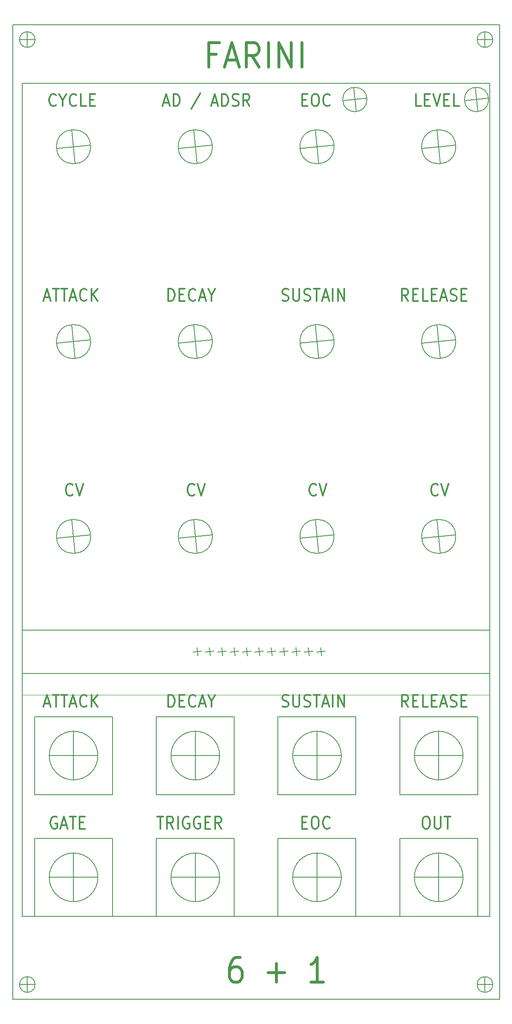
<source format=gbr>
%TF.GenerationSoftware,KiCad,Pcbnew,(5.1.9)-1*%
%TF.CreationDate,2021-11-13T23:25:43+00:00*%
%TF.ProjectId,KOSMOS Function Generator,4b4f534d-4f53-4204-9675-6e6374696f6e,rev?*%
%TF.SameCoordinates,Original*%
%TF.FileFunction,OtherDrawing,Comment*%
%FSLAX46Y46*%
G04 Gerber Fmt 4.6, Leading zero omitted, Abs format (unit mm)*
G04 Created by KiCad (PCBNEW (5.1.9)-1) date 2021-11-13 23:25:43*
%MOMM*%
%LPD*%
G01*
G04 APERTURE LIST*
%TA.AperFunction,Profile*%
%ADD10C,0.050000*%
%TD*%
%ADD11C,0.200000*%
%ADD12C,0.625000*%
%ADD13C,0.312500*%
G04 APERTURE END LIST*
D10*
X19430000Y-142240000D02*
X19430000Y-16680000D01*
X115400000Y-142240000D02*
X19430000Y-142240000D01*
X115400000Y-16680000D02*
X115400000Y-142240000D01*
X19430000Y-16680000D02*
X115400000Y-16680000D01*
D11*
X74921723Y-154681620D02*
X84921723Y-154681620D01*
X34921723Y-179681620D02*
G75*
G03*
X34921723Y-179681620I-5000000J0D01*
G01*
X99921723Y-154681620D02*
X109921723Y-154681620D01*
X59921723Y-154681620D02*
G75*
G03*
X59921723Y-154681620I-5000000J0D01*
G01*
X29921723Y-174681620D02*
X29921723Y-184681620D01*
X84921723Y-154681620D02*
G75*
G03*
X84921723Y-154681620I-5000000J0D01*
G01*
X104921723Y-174681620D02*
X104921723Y-184681620D01*
X104921723Y-149681620D02*
X104921723Y-159681620D01*
X109921723Y-154681620D02*
G75*
G03*
X109921723Y-154681620I-5000000J0D01*
G01*
X49921723Y-179681620D02*
X59921723Y-179681620D01*
X99921723Y-179681620D02*
X109921723Y-179681620D01*
X54921723Y-174681620D02*
X54921723Y-184681620D01*
X59921723Y-179681620D02*
G75*
G03*
X59921723Y-179681620I-5000000J0D01*
G01*
X109921723Y-179681620D02*
G75*
G03*
X109921723Y-179681620I-5000000J0D01*
G01*
X84921723Y-179681620D02*
G75*
G03*
X84921723Y-179681620I-5000000J0D01*
G01*
X19421723Y-121695659D02*
X19421723Y-187681620D01*
X79921723Y-174681620D02*
X79921723Y-184681620D01*
X74921723Y-179681620D02*
X84921723Y-179681620D01*
X19421723Y-187681620D02*
X114749722Y-187681620D01*
X24921723Y-179681620D02*
X34921723Y-179681620D01*
X24921723Y-154681620D02*
X34921723Y-154681620D01*
X34921723Y-154681620D02*
G75*
G03*
X34921723Y-154681620I-5000000J0D01*
G01*
X54921723Y-149681620D02*
X54921723Y-159681620D01*
X49921723Y-154681620D02*
X59921723Y-154681620D01*
X79921723Y-149681620D02*
X79921723Y-159681620D01*
X115421723Y-16681620D02*
X19421723Y-16681620D01*
X115421723Y-187681620D02*
X115421723Y-16681620D01*
X76501722Y-133283030D02*
X74801723Y-133451030D01*
X57788023Y-132517030D02*
X57955422Y-134217030D01*
X70488022Y-132517030D02*
X70655423Y-134217030D01*
X55248022Y-132517030D02*
X55415422Y-134217030D01*
X19421723Y-16681620D02*
X19421723Y-187681620D01*
X17421723Y-204681620D02*
X117421723Y-204681620D01*
X75568023Y-132517030D02*
X75735422Y-134217030D01*
X68881723Y-133283030D02*
X67181722Y-133451030D01*
X62868023Y-132517030D02*
X63035423Y-134217030D01*
X117421723Y-4681620D02*
X17421723Y-4681620D01*
X17421723Y-4681620D02*
X17421723Y-204681620D01*
X71421723Y-133283030D02*
X69721722Y-133451030D01*
X81581723Y-133283030D02*
X79881723Y-133451030D01*
X73961722Y-133283030D02*
X72261722Y-133451030D01*
X73028022Y-132517030D02*
X73195422Y-134217030D01*
X67948022Y-132517030D02*
X68115423Y-134217030D01*
X58721723Y-133283030D02*
X57021723Y-133451030D01*
X61261722Y-133283030D02*
X59561723Y-133451030D01*
X65408023Y-132517030D02*
X65575423Y-134217030D01*
X60328023Y-132517030D02*
X60495422Y-134217030D01*
X80648023Y-132517030D02*
X80815423Y-134217030D01*
X79041723Y-133283030D02*
X77341723Y-133451030D01*
X117421723Y-204681620D02*
X117421723Y-4681620D01*
X78108023Y-132517030D02*
X78275423Y-134217030D01*
X66341723Y-133283030D02*
X64641723Y-133451030D01*
X19421723Y-187681620D02*
X115421723Y-187681620D01*
X63801723Y-133283030D02*
X62101723Y-133451030D01*
X56181722Y-133283030D02*
X54481722Y-133451030D01*
X80648023Y-132517030D02*
X80815423Y-134217030D01*
X109921723Y-154681620D02*
G75*
G03*
X109921723Y-154681620I-5000000J0D01*
G01*
X109921723Y-179681620D02*
G75*
G03*
X109921723Y-179681620I-5000000J0D01*
G01*
X84921723Y-179681620D02*
G75*
G03*
X84921723Y-179681620I-5000000J0D01*
G01*
X76501722Y-133283030D02*
X74801723Y-133451030D01*
X49921723Y-179681620D02*
X59921723Y-179681620D01*
X74921723Y-179681620D02*
X84921723Y-179681620D01*
X104921723Y-174681620D02*
X104921723Y-184681620D01*
X79921723Y-174681620D02*
X79921723Y-184681620D01*
X59921723Y-179681620D02*
G75*
G03*
X59921723Y-179681620I-5000000J0D01*
G01*
X19421723Y-121695659D02*
X19421723Y-187681620D01*
X73028022Y-132517030D02*
X73195422Y-134217030D01*
X73961722Y-133283030D02*
X72261722Y-133451030D01*
X54921723Y-174681620D02*
X54921723Y-184681620D01*
X24921723Y-179681620D02*
X34921723Y-179681620D01*
X99921723Y-179681620D02*
X109921723Y-179681620D01*
X34921723Y-179681620D02*
G75*
G03*
X34921723Y-179681620I-5000000J0D01*
G01*
X70488022Y-132517030D02*
X70655423Y-134217030D01*
X78108023Y-132517030D02*
X78275423Y-134217030D01*
X24921723Y-154681620D02*
X34921723Y-154681620D01*
X29921723Y-174681620D02*
X29921723Y-184681620D01*
X79041723Y-133283030D02*
X77341723Y-133451030D01*
X81581723Y-133283030D02*
X79881723Y-133451030D01*
X54921723Y-149681620D02*
X54921723Y-159681620D01*
X75568023Y-132517030D02*
X75735422Y-134217030D01*
X71421723Y-133283030D02*
X69721722Y-133451030D01*
X29921723Y-149681620D02*
X29921723Y-159681620D01*
X34921723Y-154681620D02*
G75*
G03*
X34921723Y-154681620I-5000000J0D01*
G01*
X49921723Y-154681620D02*
X59921723Y-154681620D01*
X59921723Y-154681620D02*
G75*
G03*
X59921723Y-154681620I-5000000J0D01*
G01*
X79921723Y-149681620D02*
X79921723Y-159681620D01*
X74921723Y-154681620D02*
X84921723Y-154681620D01*
X84921723Y-154681620D02*
G75*
G03*
X84921723Y-154681620I-5000000J0D01*
G01*
X104921723Y-149681620D02*
X104921723Y-159681620D01*
X99921723Y-154681620D02*
X109921723Y-154681620D01*
X19421723Y-187681620D02*
X114749722Y-187681620D01*
X54583523Y-106248220D02*
X55259922Y-113115020D01*
X21921723Y-187681620D02*
X37921723Y-187681620D01*
X71921723Y-146681620D02*
X87921723Y-146681620D01*
X87921723Y-171681620D02*
X87921723Y-187681620D01*
X33355122Y-109343420D02*
X26488322Y-110019819D01*
X46921723Y-171681620D02*
X62921722Y-171681620D01*
X96921723Y-162681620D02*
X112921723Y-162681620D01*
X108421723Y-109681620D02*
G75*
G03*
X108421723Y-109681620I-3500000J0D01*
G01*
X96921723Y-146681620D02*
X96921723Y-162681620D01*
X108355122Y-109343420D02*
X101488322Y-110019819D01*
X104583523Y-106248220D02*
X105259922Y-113115020D01*
X83421723Y-109681620D02*
G75*
G03*
X83421723Y-109681620I-3500000J0D01*
G01*
X96921723Y-171681620D02*
X96921723Y-187681620D01*
X71921723Y-171681620D02*
X87921723Y-171681620D01*
X46921723Y-171681620D02*
X46921723Y-187681620D01*
X21921723Y-171681620D02*
X21921723Y-187681620D01*
X96921723Y-146681620D02*
X112921723Y-146681620D01*
X71921723Y-162681620D02*
X87921723Y-162681620D01*
X87921723Y-146681620D02*
X87921723Y-162681620D01*
X71921723Y-146681620D02*
X71921723Y-162681620D01*
X83355122Y-109343420D02*
X76488322Y-110019819D01*
X96921723Y-171681620D02*
X112921723Y-171681620D01*
X21921723Y-171681620D02*
X37921723Y-171681620D01*
X58421723Y-109681620D02*
G75*
G03*
X58421723Y-109681620I-3500000J0D01*
G01*
X71921723Y-171681620D02*
X71921723Y-187681620D01*
X33421723Y-109681620D02*
G75*
G03*
X33421723Y-109681620I-3500000J0D01*
G01*
X96921723Y-187681620D02*
X112921723Y-187681620D01*
X46921723Y-187681620D02*
X62921722Y-187681620D01*
X62921722Y-171681620D02*
X62921722Y-187681620D01*
X37921723Y-171681620D02*
X37921723Y-187681620D01*
X58355122Y-109343420D02*
X51488322Y-110019819D01*
X112921723Y-146681620D02*
X112921723Y-162681620D01*
X29583523Y-106248220D02*
X30259922Y-113115020D01*
X71921723Y-187681620D02*
X87921723Y-187681620D01*
X79583523Y-106248220D02*
X80259922Y-113115020D01*
X112921723Y-171681620D02*
X112921723Y-187681620D01*
X20421723Y-200081619D02*
X20421723Y-203281619D01*
X22021723Y-201681620D02*
G75*
G03*
X22021723Y-201681620I-1600000J0D01*
G01*
X116021723Y-201681620D02*
G75*
G03*
X116021723Y-201681620I-1600000J0D01*
G01*
X112821723Y-7681620D02*
X116021723Y-7681620D01*
X46921723Y-162681620D02*
X62921722Y-162681620D01*
X46921723Y-146681620D02*
X62921722Y-146681620D01*
X62921722Y-146681620D02*
X62921722Y-162681620D01*
X46921723Y-146681620D02*
X46921723Y-162681620D01*
X21921723Y-162681620D02*
X37921723Y-162681620D01*
X21921723Y-146681620D02*
X37921723Y-146681620D01*
X112821723Y-201681620D02*
X116021723Y-201681620D01*
X22021723Y-7681620D02*
G75*
G03*
X22021723Y-7681620I-1600000J0D01*
G01*
X37921723Y-146681620D02*
X37921723Y-162681620D01*
X21921723Y-146681620D02*
X21921723Y-162681620D01*
X116021723Y-7681620D02*
G75*
G03*
X116021723Y-7681620I-1600000J0D01*
G01*
X18821723Y-201681620D02*
X22021723Y-201681620D01*
X114421723Y-200081619D02*
X114421723Y-203281619D01*
X18821723Y-7681620D02*
X22021723Y-7681620D01*
X114421723Y-6081619D02*
X114421723Y-9281619D01*
X20421723Y-6081619D02*
X20421723Y-9281619D01*
D12*
X64058075Y-196110051D02*
X63200932Y-196110051D01*
X62772360Y-196348147D01*
X62558075Y-196586242D01*
X62129503Y-197300527D01*
X61915217Y-198252908D01*
X61915217Y-200157670D01*
X62129503Y-200633861D01*
X62343789Y-200871956D01*
X62772360Y-201110051D01*
X63629503Y-201110051D01*
X64058075Y-200871956D01*
X64272360Y-200633861D01*
X64486646Y-200157670D01*
X64486646Y-198967194D01*
X64272360Y-198491004D01*
X64058075Y-198252908D01*
X63629503Y-198014813D01*
X62772360Y-198014813D01*
X62343789Y-198252908D01*
X62129503Y-198491004D01*
X61915217Y-198967194D01*
X69843789Y-199205289D02*
X73272360Y-199205289D01*
X71558075Y-201110051D02*
X71558075Y-197300527D01*
X81200932Y-201110051D02*
X78629503Y-201110051D01*
X79915217Y-201110051D02*
X79915217Y-196110051D01*
X79486646Y-196824337D01*
X79058075Y-197300527D01*
X78629503Y-197538623D01*
X59188629Y-10683898D02*
X57688629Y-10683898D01*
X57688629Y-13302945D02*
X57688629Y-8302945D01*
X59831486Y-8302945D01*
X61331486Y-11874374D02*
X63474343Y-11874374D01*
X60902915Y-13302945D02*
X62402915Y-8302945D01*
X63902915Y-13302945D01*
X67974343Y-13302945D02*
X66474343Y-10921993D01*
X65402915Y-13302945D02*
X65402915Y-8302945D01*
X67117201Y-8302945D01*
X67545772Y-8541041D01*
X67760058Y-8779136D01*
X67974343Y-9255326D01*
X67974343Y-9969612D01*
X67760058Y-10445802D01*
X67545772Y-10683898D01*
X67117201Y-10921993D01*
X65402915Y-10921993D01*
X69902915Y-13302945D02*
X69902915Y-8302945D01*
X72045772Y-13302945D02*
X72045772Y-8302945D01*
X74617201Y-13302945D01*
X74617201Y-8302945D01*
X76760058Y-13302945D02*
X76760058Y-8302945D01*
D13*
X54749114Y-101110959D02*
X54641971Y-101230006D01*
X54320543Y-101349054D01*
X54106257Y-101349054D01*
X53784828Y-101230006D01*
X53570543Y-100991911D01*
X53463400Y-100753816D01*
X53356257Y-100277625D01*
X53356257Y-99920482D01*
X53463400Y-99444292D01*
X53570543Y-99206197D01*
X53784828Y-98968102D01*
X54106257Y-98849054D01*
X54320543Y-98849054D01*
X54641971Y-98968102D01*
X54749114Y-99087149D01*
X55391971Y-98849054D02*
X56141971Y-101349054D01*
X56891971Y-98849054D01*
X48395713Y-20634768D02*
X49467142Y-20634768D01*
X48181427Y-21349054D02*
X48931427Y-18849054D01*
X49681427Y-21349054D01*
X50431427Y-21349054D02*
X50431427Y-18849054D01*
X50967142Y-18849054D01*
X51288570Y-18968102D01*
X51502856Y-19206197D01*
X51609999Y-19444292D01*
X51717142Y-19920482D01*
X51717142Y-20277625D01*
X51609999Y-20753816D01*
X51502856Y-20991911D01*
X51288570Y-21230006D01*
X50967142Y-21349054D01*
X50431427Y-21349054D01*
X56002856Y-18730006D02*
X54074284Y-21944292D01*
X58359999Y-20634768D02*
X59431427Y-20634768D01*
X58145713Y-21349054D02*
X58895713Y-18849054D01*
X59645713Y-21349054D01*
X60395713Y-21349054D02*
X60395713Y-18849054D01*
X60931427Y-18849054D01*
X61252856Y-18968102D01*
X61467142Y-19206197D01*
X61574284Y-19444292D01*
X61681427Y-19920482D01*
X61681427Y-20277625D01*
X61574284Y-20753816D01*
X61467142Y-20991911D01*
X61252856Y-21230006D01*
X60931427Y-21349054D01*
X60395713Y-21349054D01*
X62538570Y-21230006D02*
X62859999Y-21349054D01*
X63395713Y-21349054D01*
X63609999Y-21230006D01*
X63717142Y-21110959D01*
X63824284Y-20872863D01*
X63824284Y-20634768D01*
X63717142Y-20396673D01*
X63609999Y-20277625D01*
X63395713Y-20158578D01*
X62967142Y-20039530D01*
X62752856Y-19920482D01*
X62645713Y-19801435D01*
X62538570Y-19563340D01*
X62538570Y-19325244D01*
X62645713Y-19087149D01*
X62752856Y-18968102D01*
X62967142Y-18849054D01*
X63502856Y-18849054D01*
X63824284Y-18968102D01*
X66074284Y-21349054D02*
X65324284Y-20158578D01*
X64788570Y-21349054D02*
X64788570Y-18849054D01*
X65645713Y-18849054D01*
X65859999Y-18968102D01*
X65967142Y-19087149D01*
X66074284Y-19325244D01*
X66074284Y-19682387D01*
X65967142Y-19920482D01*
X65859999Y-20039530D01*
X65645713Y-20158578D01*
X64788570Y-20158578D01*
X72783475Y-144582186D02*
X73104904Y-144701234D01*
X73640618Y-144701234D01*
X73854904Y-144582186D01*
X73962046Y-144463139D01*
X74069189Y-144225043D01*
X74069189Y-143986948D01*
X73962046Y-143748853D01*
X73854904Y-143629805D01*
X73640618Y-143510758D01*
X73212046Y-143391710D01*
X72997761Y-143272662D01*
X72890618Y-143153615D01*
X72783475Y-142915520D01*
X72783475Y-142677424D01*
X72890618Y-142439329D01*
X72997761Y-142320282D01*
X73212046Y-142201234D01*
X73747761Y-142201234D01*
X74069189Y-142320282D01*
X75033475Y-142201234D02*
X75033475Y-144225043D01*
X75140618Y-144463139D01*
X75247761Y-144582186D01*
X75462046Y-144701234D01*
X75890618Y-144701234D01*
X76104904Y-144582186D01*
X76212046Y-144463139D01*
X76319189Y-144225043D01*
X76319189Y-142201234D01*
X77283475Y-144582186D02*
X77604904Y-144701234D01*
X78140618Y-144701234D01*
X78354904Y-144582186D01*
X78462046Y-144463139D01*
X78569189Y-144225043D01*
X78569189Y-143986948D01*
X78462046Y-143748853D01*
X78354904Y-143629805D01*
X78140618Y-143510758D01*
X77712046Y-143391710D01*
X77497761Y-143272662D01*
X77390618Y-143153615D01*
X77283475Y-142915520D01*
X77283475Y-142677424D01*
X77390618Y-142439329D01*
X77497761Y-142320282D01*
X77712046Y-142201234D01*
X78247761Y-142201234D01*
X78569189Y-142320282D01*
X79212046Y-142201234D02*
X80497761Y-142201234D01*
X79854904Y-144701234D02*
X79854904Y-142201234D01*
X81140618Y-143986948D02*
X82212046Y-143986948D01*
X80926332Y-144701234D02*
X81676332Y-142201234D01*
X82426332Y-144701234D01*
X83176332Y-144701234D02*
X83176332Y-142201234D01*
X84247761Y-144701234D02*
X84247761Y-142201234D01*
X85533475Y-144701234D01*
X85533475Y-142201234D01*
X76856309Y-168391710D02*
X77606309Y-168391710D01*
X77927737Y-169701234D02*
X76856309Y-169701234D01*
X76856309Y-167201234D01*
X77927737Y-167201234D01*
X79320595Y-167201234D02*
X79749166Y-167201234D01*
X79963452Y-167320282D01*
X80177737Y-167558377D01*
X80284880Y-168034567D01*
X80284880Y-168867901D01*
X80177737Y-169344091D01*
X79963452Y-169582186D01*
X79749166Y-169701234D01*
X79320595Y-169701234D01*
X79106309Y-169582186D01*
X78892023Y-169344091D01*
X78784880Y-168867901D01*
X78784880Y-168034567D01*
X78892023Y-167558377D01*
X79106309Y-167320282D01*
X79320595Y-167201234D01*
X82534880Y-169463139D02*
X82427737Y-169582186D01*
X82106309Y-169701234D01*
X81892023Y-169701234D01*
X81570595Y-169582186D01*
X81356309Y-169344091D01*
X81249166Y-169105996D01*
X81142023Y-168629805D01*
X81142023Y-168272662D01*
X81249166Y-167796472D01*
X81356309Y-167558377D01*
X81570595Y-167320282D01*
X81892023Y-167201234D01*
X82106309Y-167201234D01*
X82427737Y-167320282D01*
X82534880Y-167439329D01*
X98645585Y-144701234D02*
X97895585Y-143510758D01*
X97359871Y-144701234D02*
X97359871Y-142201234D01*
X98217014Y-142201234D01*
X98431299Y-142320282D01*
X98538442Y-142439329D01*
X98645585Y-142677424D01*
X98645585Y-143034567D01*
X98538442Y-143272662D01*
X98431299Y-143391710D01*
X98217014Y-143510758D01*
X97359871Y-143510758D01*
X99609871Y-143391710D02*
X100359871Y-143391710D01*
X100681299Y-144701234D02*
X99609871Y-144701234D01*
X99609871Y-142201234D01*
X100681299Y-142201234D01*
X102717014Y-144701234D02*
X101645585Y-144701234D01*
X101645585Y-142201234D01*
X103467014Y-143391710D02*
X104217014Y-143391710D01*
X104538442Y-144701234D02*
X103467014Y-144701234D01*
X103467014Y-142201234D01*
X104538442Y-142201234D01*
X105395585Y-143986948D02*
X106467014Y-143986948D01*
X105181299Y-144701234D02*
X105931299Y-142201234D01*
X106681299Y-144701234D01*
X107324157Y-144582186D02*
X107645585Y-144701234D01*
X108181299Y-144701234D01*
X108395585Y-144582186D01*
X108502728Y-144463139D01*
X108609871Y-144225043D01*
X108609871Y-143986948D01*
X108502728Y-143748853D01*
X108395585Y-143629805D01*
X108181299Y-143510758D01*
X107752728Y-143391710D01*
X107538442Y-143272662D01*
X107431299Y-143153615D01*
X107324157Y-142915520D01*
X107324157Y-142677424D01*
X107431299Y-142439329D01*
X107538442Y-142320282D01*
X107752728Y-142201234D01*
X108288442Y-142201234D01*
X108609871Y-142320282D01*
X109574157Y-143391710D02*
X110324157Y-143391710D01*
X110645585Y-144701234D02*
X109574157Y-144701234D01*
X109574157Y-142201234D01*
X110645585Y-142201234D01*
X104749114Y-101110959D02*
X104641971Y-101230006D01*
X104320543Y-101349054D01*
X104106257Y-101349054D01*
X103784828Y-101230006D01*
X103570543Y-100991911D01*
X103463400Y-100753816D01*
X103356257Y-100277625D01*
X103356257Y-99920482D01*
X103463400Y-99444292D01*
X103570543Y-99206197D01*
X103784828Y-98968102D01*
X104106257Y-98849054D01*
X104320543Y-98849054D01*
X104641971Y-98968102D01*
X104749114Y-99087149D01*
X105391971Y-98849054D02*
X106141971Y-101349054D01*
X106891971Y-98849054D01*
X104749114Y-101110959D02*
X104641971Y-101230006D01*
X104320543Y-101349054D01*
X104106257Y-101349054D01*
X103784828Y-101230006D01*
X103570543Y-100991911D01*
X103463400Y-100753816D01*
X103356257Y-100277625D01*
X103356257Y-99920482D01*
X103463400Y-99444292D01*
X103570543Y-99206197D01*
X103784828Y-98968102D01*
X104106257Y-98849054D01*
X104320543Y-98849054D01*
X104641971Y-98968102D01*
X104749114Y-99087149D01*
X105391971Y-98849054D02*
X106141971Y-101349054D01*
X106891971Y-98849054D01*
X49394376Y-61349054D02*
X49394376Y-58849054D01*
X49930090Y-58849054D01*
X50251519Y-58968102D01*
X50465804Y-59206197D01*
X50572947Y-59444292D01*
X50680090Y-59920482D01*
X50680090Y-60277625D01*
X50572947Y-60753816D01*
X50465804Y-60991911D01*
X50251519Y-61230006D01*
X49930090Y-61349054D01*
X49394376Y-61349054D01*
X51644376Y-60039530D02*
X52394376Y-60039530D01*
X52715804Y-61349054D02*
X51644376Y-61349054D01*
X51644376Y-58849054D01*
X52715804Y-58849054D01*
X54965804Y-61110959D02*
X54858662Y-61230006D01*
X54537233Y-61349054D01*
X54322947Y-61349054D01*
X54001519Y-61230006D01*
X53787233Y-60991911D01*
X53680090Y-60753816D01*
X53572947Y-60277625D01*
X53572947Y-59920482D01*
X53680090Y-59444292D01*
X53787233Y-59206197D01*
X54001519Y-58968102D01*
X54322947Y-58849054D01*
X54537233Y-58849054D01*
X54858662Y-58968102D01*
X54965804Y-59087149D01*
X55822947Y-60634768D02*
X56894376Y-60634768D01*
X55608662Y-61349054D02*
X56358662Y-58849054D01*
X57108662Y-61349054D01*
X58287233Y-60158578D02*
X58287233Y-61349054D01*
X57537233Y-58849054D02*
X58287233Y-60158578D01*
X59037233Y-58849054D01*
X101311339Y-21349054D02*
X100239911Y-21349054D01*
X100239911Y-18849054D01*
X102061339Y-20039530D02*
X102811339Y-20039530D01*
X103132768Y-21349054D02*
X102061339Y-21349054D01*
X102061339Y-18849054D01*
X103132768Y-18849054D01*
X103775625Y-18849054D02*
X104525625Y-21349054D01*
X105275625Y-18849054D01*
X106025625Y-20039530D02*
X106775625Y-20039530D01*
X107097054Y-21349054D02*
X106025625Y-21349054D01*
X106025625Y-18849054D01*
X107097054Y-18849054D01*
X109132768Y-21349054D02*
X108061339Y-21349054D01*
X108061339Y-18849054D01*
X48395713Y-20634768D02*
X49467142Y-20634768D01*
X48181427Y-21349054D02*
X48931427Y-18849054D01*
X49681427Y-21349054D01*
X50431427Y-21349054D02*
X50431427Y-18849054D01*
X50967142Y-18849054D01*
X51288570Y-18968102D01*
X51502856Y-19206197D01*
X51609999Y-19444292D01*
X51717142Y-19920482D01*
X51717142Y-20277625D01*
X51609999Y-20753816D01*
X51502856Y-20991911D01*
X51288570Y-21230006D01*
X50967142Y-21349054D01*
X50431427Y-21349054D01*
X56002856Y-18730006D02*
X54074284Y-21944292D01*
X58359999Y-20634768D02*
X59431427Y-20634768D01*
X58145713Y-21349054D02*
X58895713Y-18849054D01*
X59645713Y-21349054D01*
X60395713Y-21349054D02*
X60395713Y-18849054D01*
X60931427Y-18849054D01*
X61252856Y-18968102D01*
X61467142Y-19206197D01*
X61574284Y-19444292D01*
X61681427Y-19920482D01*
X61681427Y-20277625D01*
X61574284Y-20753816D01*
X61467142Y-20991911D01*
X61252856Y-21230006D01*
X60931427Y-21349054D01*
X60395713Y-21349054D01*
X62538570Y-21230006D02*
X62859999Y-21349054D01*
X63395713Y-21349054D01*
X63609999Y-21230006D01*
X63717142Y-21110959D01*
X63824284Y-20872863D01*
X63824284Y-20634768D01*
X63717142Y-20396673D01*
X63609999Y-20277625D01*
X63395713Y-20158578D01*
X62967142Y-20039530D01*
X62752856Y-19920482D01*
X62645713Y-19801435D01*
X62538570Y-19563340D01*
X62538570Y-19325244D01*
X62645713Y-19087149D01*
X62752856Y-18968102D01*
X62967142Y-18849054D01*
X63502856Y-18849054D01*
X63824284Y-18968102D01*
X66074284Y-21349054D02*
X65324284Y-20158578D01*
X64788570Y-21349054D02*
X64788570Y-18849054D01*
X65645713Y-18849054D01*
X65859999Y-18968102D01*
X65967142Y-19087149D01*
X66074284Y-19325244D01*
X66074284Y-19682387D01*
X65967142Y-19920482D01*
X65859999Y-20039530D01*
X65645713Y-20158578D01*
X64788570Y-20158578D01*
X23933407Y-60634768D02*
X25004836Y-60634768D01*
X23719121Y-61349054D02*
X24469121Y-58849054D01*
X25219121Y-61349054D01*
X25647693Y-58849054D02*
X26933407Y-58849054D01*
X26290550Y-61349054D02*
X26290550Y-58849054D01*
X27361978Y-58849054D02*
X28647693Y-58849054D01*
X28004836Y-61349054D02*
X28004836Y-58849054D01*
X29290550Y-60634768D02*
X30361978Y-60634768D01*
X29076264Y-61349054D02*
X29826264Y-58849054D01*
X30576264Y-61349054D01*
X32611978Y-61110959D02*
X32504836Y-61230006D01*
X32183407Y-61349054D01*
X31969121Y-61349054D01*
X31647693Y-61230006D01*
X31433407Y-60991911D01*
X31326264Y-60753816D01*
X31219121Y-60277625D01*
X31219121Y-59920482D01*
X31326264Y-59444292D01*
X31433407Y-59206197D01*
X31647693Y-58968102D01*
X31969121Y-58849054D01*
X32183407Y-58849054D01*
X32504836Y-58968102D01*
X32611978Y-59087149D01*
X33576264Y-61349054D02*
X33576264Y-58849054D01*
X34861978Y-61349054D02*
X33897693Y-59920482D01*
X34861978Y-58849054D02*
X33576264Y-60277625D01*
X54749114Y-101110959D02*
X54641971Y-101230006D01*
X54320543Y-101349054D01*
X54106257Y-101349054D01*
X53784828Y-101230006D01*
X53570543Y-100991911D01*
X53463400Y-100753816D01*
X53356257Y-100277625D01*
X53356257Y-99920482D01*
X53463400Y-99444292D01*
X53570543Y-99206197D01*
X53784828Y-98968102D01*
X54106257Y-98849054D01*
X54320543Y-98849054D01*
X54641971Y-98968102D01*
X54749114Y-99087149D01*
X55391971Y-98849054D02*
X56141971Y-101349054D01*
X56891971Y-98849054D01*
X72783475Y-144582186D02*
X73104904Y-144701234D01*
X73640618Y-144701234D01*
X73854904Y-144582186D01*
X73962046Y-144463139D01*
X74069189Y-144225043D01*
X74069189Y-143986948D01*
X73962046Y-143748853D01*
X73854904Y-143629805D01*
X73640618Y-143510758D01*
X73212046Y-143391710D01*
X72997761Y-143272662D01*
X72890618Y-143153615D01*
X72783475Y-142915520D01*
X72783475Y-142677424D01*
X72890618Y-142439329D01*
X72997761Y-142320282D01*
X73212046Y-142201234D01*
X73747761Y-142201234D01*
X74069189Y-142320282D01*
X75033475Y-142201234D02*
X75033475Y-144225043D01*
X75140618Y-144463139D01*
X75247761Y-144582186D01*
X75462046Y-144701234D01*
X75890618Y-144701234D01*
X76104904Y-144582186D01*
X76212046Y-144463139D01*
X76319189Y-144225043D01*
X76319189Y-142201234D01*
X77283475Y-144582186D02*
X77604904Y-144701234D01*
X78140618Y-144701234D01*
X78354904Y-144582186D01*
X78462046Y-144463139D01*
X78569189Y-144225043D01*
X78569189Y-143986948D01*
X78462046Y-143748853D01*
X78354904Y-143629805D01*
X78140618Y-143510758D01*
X77712046Y-143391710D01*
X77497761Y-143272662D01*
X77390618Y-143153615D01*
X77283475Y-142915520D01*
X77283475Y-142677424D01*
X77390618Y-142439329D01*
X77497761Y-142320282D01*
X77712046Y-142201234D01*
X78247761Y-142201234D01*
X78569189Y-142320282D01*
X79212046Y-142201234D02*
X80497761Y-142201234D01*
X79854904Y-144701234D02*
X79854904Y-142201234D01*
X81140618Y-143986948D02*
X82212046Y-143986948D01*
X80926332Y-144701234D02*
X81676332Y-142201234D01*
X82426332Y-144701234D01*
X83176332Y-144701234D02*
X83176332Y-142201234D01*
X84247761Y-144701234D02*
X84247761Y-142201234D01*
X85533475Y-144701234D01*
X85533475Y-142201234D01*
X98645585Y-144701234D02*
X97895585Y-143510758D01*
X97359871Y-144701234D02*
X97359871Y-142201234D01*
X98217014Y-142201234D01*
X98431299Y-142320282D01*
X98538442Y-142439329D01*
X98645585Y-142677424D01*
X98645585Y-143034567D01*
X98538442Y-143272662D01*
X98431299Y-143391710D01*
X98217014Y-143510758D01*
X97359871Y-143510758D01*
X99609871Y-143391710D02*
X100359871Y-143391710D01*
X100681299Y-144701234D02*
X99609871Y-144701234D01*
X99609871Y-142201234D01*
X100681299Y-142201234D01*
X102717014Y-144701234D02*
X101645585Y-144701234D01*
X101645585Y-142201234D01*
X103467014Y-143391710D02*
X104217014Y-143391710D01*
X104538442Y-144701234D02*
X103467014Y-144701234D01*
X103467014Y-142201234D01*
X104538442Y-142201234D01*
X105395585Y-143986948D02*
X106467014Y-143986948D01*
X105181299Y-144701234D02*
X105931299Y-142201234D01*
X106681299Y-144701234D01*
X107324157Y-144582186D02*
X107645585Y-144701234D01*
X108181299Y-144701234D01*
X108395585Y-144582186D01*
X108502728Y-144463139D01*
X108609871Y-144225043D01*
X108609871Y-143986948D01*
X108502728Y-143748853D01*
X108395585Y-143629805D01*
X108181299Y-143510758D01*
X107752728Y-143391710D01*
X107538442Y-143272662D01*
X107431299Y-143153615D01*
X107324157Y-142915520D01*
X107324157Y-142677424D01*
X107431299Y-142439329D01*
X107538442Y-142320282D01*
X107752728Y-142201234D01*
X108288442Y-142201234D01*
X108609871Y-142320282D01*
X109574157Y-143391710D02*
X110324157Y-143391710D01*
X110645585Y-144701234D02*
X109574157Y-144701234D01*
X109574157Y-142201234D01*
X110645585Y-142201234D01*
X72783475Y-61230006D02*
X73104904Y-61349054D01*
X73640618Y-61349054D01*
X73854904Y-61230006D01*
X73962046Y-61110959D01*
X74069189Y-60872863D01*
X74069189Y-60634768D01*
X73962046Y-60396673D01*
X73854904Y-60277625D01*
X73640618Y-60158578D01*
X73212046Y-60039530D01*
X72997761Y-59920482D01*
X72890618Y-59801435D01*
X72783475Y-59563340D01*
X72783475Y-59325244D01*
X72890618Y-59087149D01*
X72997761Y-58968102D01*
X73212046Y-58849054D01*
X73747761Y-58849054D01*
X74069189Y-58968102D01*
X75033475Y-58849054D02*
X75033475Y-60872863D01*
X75140618Y-61110959D01*
X75247761Y-61230006D01*
X75462046Y-61349054D01*
X75890618Y-61349054D01*
X76104904Y-61230006D01*
X76212046Y-61110959D01*
X76319189Y-60872863D01*
X76319189Y-58849054D01*
X77283475Y-61230006D02*
X77604904Y-61349054D01*
X78140618Y-61349054D01*
X78354904Y-61230006D01*
X78462046Y-61110959D01*
X78569189Y-60872863D01*
X78569189Y-60634768D01*
X78462046Y-60396673D01*
X78354904Y-60277625D01*
X78140618Y-60158578D01*
X77712046Y-60039530D01*
X77497761Y-59920482D01*
X77390618Y-59801435D01*
X77283475Y-59563340D01*
X77283475Y-59325244D01*
X77390618Y-59087149D01*
X77497761Y-58968102D01*
X77712046Y-58849054D01*
X78247761Y-58849054D01*
X78569189Y-58968102D01*
X79212046Y-58849054D02*
X80497761Y-58849054D01*
X79854904Y-61349054D02*
X79854904Y-58849054D01*
X81140618Y-60634768D02*
X82212046Y-60634768D01*
X80926332Y-61349054D02*
X81676332Y-58849054D01*
X82426332Y-61349054D01*
X83176332Y-61349054D02*
X83176332Y-58849054D01*
X84247761Y-61349054D02*
X84247761Y-58849054D01*
X85533475Y-61349054D01*
X85533475Y-58849054D01*
X26458397Y-167320282D02*
X26244112Y-167201234D01*
X25922683Y-167201234D01*
X25601254Y-167320282D01*
X25386969Y-167558377D01*
X25279826Y-167796472D01*
X25172683Y-168272662D01*
X25172683Y-168629805D01*
X25279826Y-169105996D01*
X25386969Y-169344091D01*
X25601254Y-169582186D01*
X25922683Y-169701234D01*
X26136969Y-169701234D01*
X26458397Y-169582186D01*
X26565540Y-169463139D01*
X26565540Y-168629805D01*
X26136969Y-168629805D01*
X27422683Y-168986948D02*
X28494112Y-168986948D01*
X27208397Y-169701234D02*
X27958397Y-167201234D01*
X28708397Y-169701234D01*
X29136969Y-167201234D02*
X30422683Y-167201234D01*
X29779826Y-169701234D02*
X29779826Y-167201234D01*
X31172683Y-168391710D02*
X31922683Y-168391710D01*
X32244112Y-169701234D02*
X31172683Y-169701234D01*
X31172683Y-167201234D01*
X32244112Y-167201234D01*
X79749114Y-101110959D02*
X79641971Y-101230006D01*
X79320543Y-101349054D01*
X79106257Y-101349054D01*
X78784828Y-101230006D01*
X78570543Y-100991911D01*
X78463400Y-100753816D01*
X78356257Y-100277625D01*
X78356257Y-99920482D01*
X78463400Y-99444292D01*
X78570543Y-99206197D01*
X78784828Y-98968102D01*
X79106257Y-98849054D01*
X79320543Y-98849054D01*
X79641971Y-98968102D01*
X79749114Y-99087149D01*
X80391971Y-98849054D02*
X81141971Y-101349054D01*
X81891971Y-98849054D01*
X26304457Y-21110959D02*
X26197314Y-21230006D01*
X25875886Y-21349054D01*
X25661600Y-21349054D01*
X25340171Y-21230006D01*
X25125886Y-20991911D01*
X25018743Y-20753816D01*
X24911600Y-20277625D01*
X24911600Y-19920482D01*
X25018743Y-19444292D01*
X25125886Y-19206197D01*
X25340171Y-18968102D01*
X25661600Y-18849054D01*
X25875886Y-18849054D01*
X26197314Y-18968102D01*
X26304457Y-19087149D01*
X27697314Y-20158578D02*
X27697314Y-21349054D01*
X26947314Y-18849054D02*
X27697314Y-20158578D01*
X28447314Y-18849054D01*
X30483029Y-21110959D02*
X30375886Y-21230006D01*
X30054457Y-21349054D01*
X29840171Y-21349054D01*
X29518743Y-21230006D01*
X29304457Y-20991911D01*
X29197314Y-20753816D01*
X29090171Y-20277625D01*
X29090171Y-19920482D01*
X29197314Y-19444292D01*
X29304457Y-19206197D01*
X29518743Y-18968102D01*
X29840171Y-18849054D01*
X30054457Y-18849054D01*
X30375886Y-18968102D01*
X30483029Y-19087149D01*
X32518743Y-21349054D02*
X31447314Y-21349054D01*
X31447314Y-18849054D01*
X33268743Y-20039530D02*
X34018743Y-20039530D01*
X34340171Y-21349054D02*
X33268743Y-21349054D01*
X33268743Y-18849054D01*
X34340171Y-18849054D01*
X23933407Y-60634768D02*
X25004836Y-60634768D01*
X23719121Y-61349054D02*
X24469121Y-58849054D01*
X25219121Y-61349054D01*
X25647693Y-58849054D02*
X26933407Y-58849054D01*
X26290550Y-61349054D02*
X26290550Y-58849054D01*
X27361978Y-58849054D02*
X28647693Y-58849054D01*
X28004836Y-61349054D02*
X28004836Y-58849054D01*
X29290550Y-60634768D02*
X30361978Y-60634768D01*
X29076264Y-61349054D02*
X29826264Y-58849054D01*
X30576264Y-61349054D01*
X32611978Y-61110959D02*
X32504836Y-61230006D01*
X32183407Y-61349054D01*
X31969121Y-61349054D01*
X31647693Y-61230006D01*
X31433407Y-60991911D01*
X31326264Y-60753816D01*
X31219121Y-60277625D01*
X31219121Y-59920482D01*
X31326264Y-59444292D01*
X31433407Y-59206197D01*
X31647693Y-58968102D01*
X31969121Y-58849054D01*
X32183407Y-58849054D01*
X32504836Y-58968102D01*
X32611978Y-59087149D01*
X33576264Y-61349054D02*
X33576264Y-58849054D01*
X34861978Y-61349054D02*
X33897693Y-59920482D01*
X34861978Y-58849054D02*
X33576264Y-60277625D01*
X102125915Y-167201234D02*
X102554487Y-167201234D01*
X102768772Y-167320282D01*
X102983058Y-167558377D01*
X103090201Y-168034567D01*
X103090201Y-168867901D01*
X102983058Y-169344091D01*
X102768772Y-169582186D01*
X102554487Y-169701234D01*
X102125915Y-169701234D01*
X101911630Y-169582186D01*
X101697344Y-169344091D01*
X101590201Y-168867901D01*
X101590201Y-168034567D01*
X101697344Y-167558377D01*
X101911630Y-167320282D01*
X102125915Y-167201234D01*
X104054487Y-167201234D02*
X104054487Y-169225043D01*
X104161630Y-169463139D01*
X104268772Y-169582186D01*
X104483058Y-169701234D01*
X104911630Y-169701234D01*
X105125915Y-169582186D01*
X105233058Y-169463139D01*
X105340201Y-169225043D01*
X105340201Y-167201234D01*
X106090201Y-167201234D02*
X107375915Y-167201234D01*
X106733058Y-169701234D02*
X106733058Y-167201234D01*
X76879835Y-20039530D02*
X77629835Y-20039530D01*
X77951263Y-21349054D02*
X76879835Y-21349054D01*
X76879835Y-18849054D01*
X77951263Y-18849054D01*
X79344121Y-18849054D02*
X79772692Y-18849054D01*
X79986978Y-18968102D01*
X80201263Y-19206197D01*
X80308406Y-19682387D01*
X80308406Y-20515721D01*
X80201263Y-20991911D01*
X79986978Y-21230006D01*
X79772692Y-21349054D01*
X79344121Y-21349054D01*
X79129835Y-21230006D01*
X78915549Y-20991911D01*
X78808406Y-20515721D01*
X78808406Y-19682387D01*
X78915549Y-19206197D01*
X79129835Y-18968102D01*
X79344121Y-18849054D01*
X82558406Y-21110959D02*
X82451263Y-21230006D01*
X82129835Y-21349054D01*
X81915549Y-21349054D01*
X81594121Y-21230006D01*
X81379835Y-20991911D01*
X81272692Y-20753816D01*
X81165549Y-20277625D01*
X81165549Y-19920482D01*
X81272692Y-19444292D01*
X81379835Y-19206197D01*
X81594121Y-18968102D01*
X81915549Y-18849054D01*
X82129835Y-18849054D01*
X82451263Y-18968102D01*
X82558406Y-19087149D01*
X98645585Y-61349054D02*
X97895585Y-60158578D01*
X97359871Y-61349054D02*
X97359871Y-58849054D01*
X98217014Y-58849054D01*
X98431299Y-58968102D01*
X98538442Y-59087149D01*
X98645585Y-59325244D01*
X98645585Y-59682387D01*
X98538442Y-59920482D01*
X98431299Y-60039530D01*
X98217014Y-60158578D01*
X97359871Y-60158578D01*
X99609871Y-60039530D02*
X100359871Y-60039530D01*
X100681299Y-61349054D02*
X99609871Y-61349054D01*
X99609871Y-58849054D01*
X100681299Y-58849054D01*
X102717014Y-61349054D02*
X101645585Y-61349054D01*
X101645585Y-58849054D01*
X103467014Y-60039530D02*
X104217014Y-60039530D01*
X104538442Y-61349054D02*
X103467014Y-61349054D01*
X103467014Y-58849054D01*
X104538442Y-58849054D01*
X105395585Y-60634768D02*
X106467014Y-60634768D01*
X105181299Y-61349054D02*
X105931299Y-58849054D01*
X106681299Y-61349054D01*
X107324157Y-61230006D02*
X107645585Y-61349054D01*
X108181299Y-61349054D01*
X108395585Y-61230006D01*
X108502728Y-61110959D01*
X108609871Y-60872863D01*
X108609871Y-60634768D01*
X108502728Y-60396673D01*
X108395585Y-60277625D01*
X108181299Y-60158578D01*
X107752728Y-60039530D01*
X107538442Y-59920482D01*
X107431299Y-59801435D01*
X107324157Y-59563340D01*
X107324157Y-59325244D01*
X107431299Y-59087149D01*
X107538442Y-58968102D01*
X107752728Y-58849054D01*
X108288442Y-58849054D01*
X108609871Y-58968102D01*
X109574157Y-60039530D02*
X110324157Y-60039530D01*
X110645585Y-61349054D02*
X109574157Y-61349054D01*
X109574157Y-58849054D01*
X110645585Y-58849054D01*
X102125915Y-167201234D02*
X102554487Y-167201234D01*
X102768772Y-167320282D01*
X102983058Y-167558377D01*
X103090201Y-168034567D01*
X103090201Y-168867901D01*
X102983058Y-169344091D01*
X102768772Y-169582186D01*
X102554487Y-169701234D01*
X102125915Y-169701234D01*
X101911630Y-169582186D01*
X101697344Y-169344091D01*
X101590201Y-168867901D01*
X101590201Y-168034567D01*
X101697344Y-167558377D01*
X101911630Y-167320282D01*
X102125915Y-167201234D01*
X104054487Y-167201234D02*
X104054487Y-169225043D01*
X104161630Y-169463139D01*
X104268772Y-169582186D01*
X104483058Y-169701234D01*
X104911630Y-169701234D01*
X105125915Y-169582186D01*
X105233058Y-169463139D01*
X105340201Y-169225043D01*
X105340201Y-167201234D01*
X106090201Y-167201234D02*
X107375915Y-167201234D01*
X106733058Y-169701234D02*
X106733058Y-167201234D01*
X76856309Y-168391710D02*
X77606309Y-168391710D01*
X77927737Y-169701234D02*
X76856309Y-169701234D01*
X76856309Y-167201234D01*
X77927737Y-167201234D01*
X79320595Y-167201234D02*
X79749166Y-167201234D01*
X79963452Y-167320282D01*
X80177737Y-167558377D01*
X80284880Y-168034567D01*
X80284880Y-168867901D01*
X80177737Y-169344091D01*
X79963452Y-169582186D01*
X79749166Y-169701234D01*
X79320595Y-169701234D01*
X79106309Y-169582186D01*
X78892023Y-169344091D01*
X78784880Y-168867901D01*
X78784880Y-168034567D01*
X78892023Y-167558377D01*
X79106309Y-167320282D01*
X79320595Y-167201234D01*
X82534880Y-169463139D02*
X82427737Y-169582186D01*
X82106309Y-169701234D01*
X81892023Y-169701234D01*
X81570595Y-169582186D01*
X81356309Y-169344091D01*
X81249166Y-169105996D01*
X81142023Y-168629805D01*
X81142023Y-168272662D01*
X81249166Y-167796472D01*
X81356309Y-167558377D01*
X81570595Y-167320282D01*
X81892023Y-167201234D01*
X82106309Y-167201234D01*
X82427737Y-167320282D01*
X82534880Y-167439329D01*
X26458397Y-167320282D02*
X26244112Y-167201234D01*
X25922683Y-167201234D01*
X25601254Y-167320282D01*
X25386969Y-167558377D01*
X25279826Y-167796472D01*
X25172683Y-168272662D01*
X25172683Y-168629805D01*
X25279826Y-169105996D01*
X25386969Y-169344091D01*
X25601254Y-169582186D01*
X25922683Y-169701234D01*
X26136969Y-169701234D01*
X26458397Y-169582186D01*
X26565540Y-169463139D01*
X26565540Y-168629805D01*
X26136969Y-168629805D01*
X27422683Y-168986948D02*
X28494112Y-168986948D01*
X27208397Y-169701234D02*
X27958397Y-167201234D01*
X28708397Y-169701234D01*
X29136969Y-167201234D02*
X30422683Y-167201234D01*
X29779826Y-169701234D02*
X29779826Y-167201234D01*
X31172683Y-168391710D02*
X31922683Y-168391710D01*
X32244112Y-169701234D02*
X31172683Y-169701234D01*
X31172683Y-167201234D01*
X32244112Y-167201234D01*
X98645585Y-61349054D02*
X97895585Y-60158578D01*
X97359871Y-61349054D02*
X97359871Y-58849054D01*
X98217014Y-58849054D01*
X98431299Y-58968102D01*
X98538442Y-59087149D01*
X98645585Y-59325244D01*
X98645585Y-59682387D01*
X98538442Y-59920482D01*
X98431299Y-60039530D01*
X98217014Y-60158578D01*
X97359871Y-60158578D01*
X99609871Y-60039530D02*
X100359871Y-60039530D01*
X100681299Y-61349054D02*
X99609871Y-61349054D01*
X99609871Y-58849054D01*
X100681299Y-58849054D01*
X102717014Y-61349054D02*
X101645585Y-61349054D01*
X101645585Y-58849054D01*
X103467014Y-60039530D02*
X104217014Y-60039530D01*
X104538442Y-61349054D02*
X103467014Y-61349054D01*
X103467014Y-58849054D01*
X104538442Y-58849054D01*
X105395585Y-60634768D02*
X106467014Y-60634768D01*
X105181299Y-61349054D02*
X105931299Y-58849054D01*
X106681299Y-61349054D01*
X107324157Y-61230006D02*
X107645585Y-61349054D01*
X108181299Y-61349054D01*
X108395585Y-61230006D01*
X108502728Y-61110959D01*
X108609871Y-60872863D01*
X108609871Y-60634768D01*
X108502728Y-60396673D01*
X108395585Y-60277625D01*
X108181299Y-60158578D01*
X107752728Y-60039530D01*
X107538442Y-59920482D01*
X107431299Y-59801435D01*
X107324157Y-59563340D01*
X107324157Y-59325244D01*
X107431299Y-59087149D01*
X107538442Y-58968102D01*
X107752728Y-58849054D01*
X108288442Y-58849054D01*
X108609871Y-58968102D01*
X109574157Y-60039530D02*
X110324157Y-60039530D01*
X110645585Y-61349054D02*
X109574157Y-61349054D01*
X109574157Y-58849054D01*
X110645585Y-58849054D01*
X29749114Y-101110959D02*
X29641971Y-101230006D01*
X29320543Y-101349054D01*
X29106257Y-101349054D01*
X28784828Y-101230006D01*
X28570543Y-100991911D01*
X28463400Y-100753816D01*
X28356257Y-100277625D01*
X28356257Y-99920482D01*
X28463400Y-99444292D01*
X28570543Y-99206197D01*
X28784828Y-98968102D01*
X29106257Y-98849054D01*
X29320543Y-98849054D01*
X29641971Y-98968102D01*
X29749114Y-99087149D01*
X30391971Y-98849054D02*
X31141971Y-101349054D01*
X31891971Y-98849054D01*
X76879835Y-20039530D02*
X77629835Y-20039530D01*
X77951263Y-21349054D02*
X76879835Y-21349054D01*
X76879835Y-18849054D01*
X77951263Y-18849054D01*
X79344121Y-18849054D02*
X79772692Y-18849054D01*
X79986978Y-18968102D01*
X80201263Y-19206197D01*
X80308406Y-19682387D01*
X80308406Y-20515721D01*
X80201263Y-20991911D01*
X79986978Y-21230006D01*
X79772692Y-21349054D01*
X79344121Y-21349054D01*
X79129835Y-21230006D01*
X78915549Y-20991911D01*
X78808406Y-20515721D01*
X78808406Y-19682387D01*
X78915549Y-19206197D01*
X79129835Y-18968102D01*
X79344121Y-18849054D01*
X82558406Y-21110959D02*
X82451263Y-21230006D01*
X82129835Y-21349054D01*
X81915549Y-21349054D01*
X81594121Y-21230006D01*
X81379835Y-20991911D01*
X81272692Y-20753816D01*
X81165549Y-20277625D01*
X81165549Y-19920482D01*
X81272692Y-19444292D01*
X81379835Y-19206197D01*
X81594121Y-18968102D01*
X81915549Y-18849054D01*
X82129835Y-18849054D01*
X82451263Y-18968102D01*
X82558406Y-19087149D01*
X49394376Y-144701234D02*
X49394376Y-142201234D01*
X49930090Y-142201234D01*
X50251519Y-142320282D01*
X50465804Y-142558377D01*
X50572947Y-142796472D01*
X50680090Y-143272662D01*
X50680090Y-143629805D01*
X50572947Y-144105996D01*
X50465804Y-144344091D01*
X50251519Y-144582186D01*
X49930090Y-144701234D01*
X49394376Y-144701234D01*
X51644376Y-143391710D02*
X52394376Y-143391710D01*
X52715804Y-144701234D02*
X51644376Y-144701234D01*
X51644376Y-142201234D01*
X52715804Y-142201234D01*
X54965804Y-144463139D02*
X54858662Y-144582186D01*
X54537233Y-144701234D01*
X54322947Y-144701234D01*
X54001519Y-144582186D01*
X53787233Y-144344091D01*
X53680090Y-144105996D01*
X53572947Y-143629805D01*
X53572947Y-143272662D01*
X53680090Y-142796472D01*
X53787233Y-142558377D01*
X54001519Y-142320282D01*
X54322947Y-142201234D01*
X54537233Y-142201234D01*
X54858662Y-142320282D01*
X54965804Y-142439329D01*
X55822947Y-143986948D02*
X56894376Y-143986948D01*
X55608662Y-144701234D02*
X56358662Y-142201234D01*
X57108662Y-144701234D01*
X58287233Y-143510758D02*
X58287233Y-144701234D01*
X57537233Y-142201234D02*
X58287233Y-143510758D01*
X59037233Y-142201234D01*
X23933407Y-143986948D02*
X25004836Y-143986948D01*
X23719121Y-144701234D02*
X24469121Y-142201234D01*
X25219121Y-144701234D01*
X25647693Y-142201234D02*
X26933407Y-142201234D01*
X26290550Y-144701234D02*
X26290550Y-142201234D01*
X27361978Y-142201234D02*
X28647693Y-142201234D01*
X28004836Y-144701234D02*
X28004836Y-142201234D01*
X29290550Y-143986948D02*
X30361978Y-143986948D01*
X29076264Y-144701234D02*
X29826264Y-142201234D01*
X30576264Y-144701234D01*
X32611978Y-144463139D02*
X32504836Y-144582186D01*
X32183407Y-144701234D01*
X31969121Y-144701234D01*
X31647693Y-144582186D01*
X31433407Y-144344091D01*
X31326264Y-144105996D01*
X31219121Y-143629805D01*
X31219121Y-143272662D01*
X31326264Y-142796472D01*
X31433407Y-142558377D01*
X31647693Y-142320282D01*
X31969121Y-142201234D01*
X32183407Y-142201234D01*
X32504836Y-142320282D01*
X32611978Y-142439329D01*
X33576264Y-144701234D02*
X33576264Y-142201234D01*
X34861978Y-144701234D02*
X33897693Y-143272662D01*
X34861978Y-142201234D02*
X33576264Y-143629805D01*
X72783475Y-61230006D02*
X73104904Y-61349054D01*
X73640618Y-61349054D01*
X73854904Y-61230006D01*
X73962046Y-61110959D01*
X74069189Y-60872863D01*
X74069189Y-60634768D01*
X73962046Y-60396673D01*
X73854904Y-60277625D01*
X73640618Y-60158578D01*
X73212046Y-60039530D01*
X72997761Y-59920482D01*
X72890618Y-59801435D01*
X72783475Y-59563340D01*
X72783475Y-59325244D01*
X72890618Y-59087149D01*
X72997761Y-58968102D01*
X73212046Y-58849054D01*
X73747761Y-58849054D01*
X74069189Y-58968102D01*
X75033475Y-58849054D02*
X75033475Y-60872863D01*
X75140618Y-61110959D01*
X75247761Y-61230006D01*
X75462046Y-61349054D01*
X75890618Y-61349054D01*
X76104904Y-61230006D01*
X76212046Y-61110959D01*
X76319189Y-60872863D01*
X76319189Y-58849054D01*
X77283475Y-61230006D02*
X77604904Y-61349054D01*
X78140618Y-61349054D01*
X78354904Y-61230006D01*
X78462046Y-61110959D01*
X78569189Y-60872863D01*
X78569189Y-60634768D01*
X78462046Y-60396673D01*
X78354904Y-60277625D01*
X78140618Y-60158578D01*
X77712046Y-60039530D01*
X77497761Y-59920482D01*
X77390618Y-59801435D01*
X77283475Y-59563340D01*
X77283475Y-59325244D01*
X77390618Y-59087149D01*
X77497761Y-58968102D01*
X77712046Y-58849054D01*
X78247761Y-58849054D01*
X78569189Y-58968102D01*
X79212046Y-58849054D02*
X80497761Y-58849054D01*
X79854904Y-61349054D02*
X79854904Y-58849054D01*
X81140618Y-60634768D02*
X82212046Y-60634768D01*
X80926332Y-61349054D02*
X81676332Y-58849054D01*
X82426332Y-61349054D01*
X83176332Y-61349054D02*
X83176332Y-58849054D01*
X84247761Y-61349054D02*
X84247761Y-58849054D01*
X85533475Y-61349054D01*
X85533475Y-58849054D01*
X49394376Y-61349054D02*
X49394376Y-58849054D01*
X49930090Y-58849054D01*
X50251519Y-58968102D01*
X50465804Y-59206197D01*
X50572947Y-59444292D01*
X50680090Y-59920482D01*
X50680090Y-60277625D01*
X50572947Y-60753816D01*
X50465804Y-60991911D01*
X50251519Y-61230006D01*
X49930090Y-61349054D01*
X49394376Y-61349054D01*
X51644376Y-60039530D02*
X52394376Y-60039530D01*
X52715804Y-61349054D02*
X51644376Y-61349054D01*
X51644376Y-58849054D01*
X52715804Y-58849054D01*
X54965804Y-61110959D02*
X54858662Y-61230006D01*
X54537233Y-61349054D01*
X54322947Y-61349054D01*
X54001519Y-61230006D01*
X53787233Y-60991911D01*
X53680090Y-60753816D01*
X53572947Y-60277625D01*
X53572947Y-59920482D01*
X53680090Y-59444292D01*
X53787233Y-59206197D01*
X54001519Y-58968102D01*
X54322947Y-58849054D01*
X54537233Y-58849054D01*
X54858662Y-58968102D01*
X54965804Y-59087149D01*
X55822947Y-60634768D02*
X56894376Y-60634768D01*
X55608662Y-61349054D02*
X56358662Y-58849054D01*
X57108662Y-61349054D01*
X58287233Y-60158578D02*
X58287233Y-61349054D01*
X57537233Y-58849054D02*
X58287233Y-60158578D01*
X59037233Y-58849054D01*
X47090109Y-167201234D02*
X48375824Y-167201234D01*
X47732966Y-169701234D02*
X47732966Y-167201234D01*
X50411538Y-169701234D02*
X49661538Y-168510758D01*
X49125824Y-169701234D02*
X49125824Y-167201234D01*
X49982966Y-167201234D01*
X50197252Y-167320282D01*
X50304395Y-167439329D01*
X50411538Y-167677424D01*
X50411538Y-168034567D01*
X50304395Y-168272662D01*
X50197252Y-168391710D01*
X49982966Y-168510758D01*
X49125824Y-168510758D01*
X51375824Y-169701234D02*
X51375824Y-167201234D01*
X53625824Y-167320282D02*
X53411538Y-167201234D01*
X53090109Y-167201234D01*
X52768681Y-167320282D01*
X52554395Y-167558377D01*
X52447252Y-167796472D01*
X52340109Y-168272662D01*
X52340109Y-168629805D01*
X52447252Y-169105996D01*
X52554395Y-169344091D01*
X52768681Y-169582186D01*
X53090109Y-169701234D01*
X53304395Y-169701234D01*
X53625824Y-169582186D01*
X53732966Y-169463139D01*
X53732966Y-168629805D01*
X53304395Y-168629805D01*
X55875824Y-167320282D02*
X55661538Y-167201234D01*
X55340109Y-167201234D01*
X55018681Y-167320282D01*
X54804395Y-167558377D01*
X54697252Y-167796472D01*
X54590109Y-168272662D01*
X54590109Y-168629805D01*
X54697252Y-169105996D01*
X54804395Y-169344091D01*
X55018681Y-169582186D01*
X55340109Y-169701234D01*
X55554395Y-169701234D01*
X55875824Y-169582186D01*
X55982966Y-169463139D01*
X55982966Y-168629805D01*
X55554395Y-168629805D01*
X56947252Y-168391710D02*
X57697252Y-168391710D01*
X58018681Y-169701234D02*
X56947252Y-169701234D01*
X56947252Y-167201234D01*
X58018681Y-167201234D01*
X60268681Y-169701234D02*
X59518681Y-168510758D01*
X58982966Y-169701234D02*
X58982966Y-167201234D01*
X59840109Y-167201234D01*
X60054395Y-167320282D01*
X60161538Y-167439329D01*
X60268681Y-167677424D01*
X60268681Y-168034567D01*
X60161538Y-168272662D01*
X60054395Y-168391710D01*
X59840109Y-168510758D01*
X58982966Y-168510758D01*
X23933407Y-143986948D02*
X25004836Y-143986948D01*
X23719121Y-144701234D02*
X24469121Y-142201234D01*
X25219121Y-144701234D01*
X25647693Y-142201234D02*
X26933407Y-142201234D01*
X26290550Y-144701234D02*
X26290550Y-142201234D01*
X27361978Y-142201234D02*
X28647693Y-142201234D01*
X28004836Y-144701234D02*
X28004836Y-142201234D01*
X29290550Y-143986948D02*
X30361978Y-143986948D01*
X29076264Y-144701234D02*
X29826264Y-142201234D01*
X30576264Y-144701234D01*
X32611978Y-144463139D02*
X32504836Y-144582186D01*
X32183407Y-144701234D01*
X31969121Y-144701234D01*
X31647693Y-144582186D01*
X31433407Y-144344091D01*
X31326264Y-144105996D01*
X31219121Y-143629805D01*
X31219121Y-143272662D01*
X31326264Y-142796472D01*
X31433407Y-142558377D01*
X31647693Y-142320282D01*
X31969121Y-142201234D01*
X32183407Y-142201234D01*
X32504836Y-142320282D01*
X32611978Y-142439329D01*
X33576264Y-144701234D02*
X33576264Y-142201234D01*
X34861978Y-144701234D02*
X33897693Y-143272662D01*
X34861978Y-142201234D02*
X33576264Y-143629805D01*
D12*
X59188629Y-10683898D02*
X57688629Y-10683898D01*
X57688629Y-13302945D02*
X57688629Y-8302945D01*
X59831486Y-8302945D01*
X61331486Y-11874374D02*
X63474343Y-11874374D01*
X60902915Y-13302945D02*
X62402915Y-8302945D01*
X63902915Y-13302945D01*
X67974343Y-13302945D02*
X66474343Y-10921993D01*
X65402915Y-13302945D02*
X65402915Y-8302945D01*
X67117201Y-8302945D01*
X67545772Y-8541041D01*
X67760058Y-8779136D01*
X67974343Y-9255326D01*
X67974343Y-9969612D01*
X67760058Y-10445802D01*
X67545772Y-10683898D01*
X67117201Y-10921993D01*
X65402915Y-10921993D01*
X69902915Y-13302945D02*
X69902915Y-8302945D01*
X72045772Y-13302945D02*
X72045772Y-8302945D01*
X74617201Y-13302945D01*
X74617201Y-8302945D01*
X76760058Y-13302945D02*
X76760058Y-8302945D01*
D13*
X101311339Y-21349054D02*
X100239911Y-21349054D01*
X100239911Y-18849054D01*
X102061339Y-20039530D02*
X102811339Y-20039530D01*
X103132768Y-21349054D02*
X102061339Y-21349054D01*
X102061339Y-18849054D01*
X103132768Y-18849054D01*
X103775625Y-18849054D02*
X104525625Y-21349054D01*
X105275625Y-18849054D01*
X106025625Y-20039530D02*
X106775625Y-20039530D01*
X107097054Y-21349054D02*
X106025625Y-21349054D01*
X106025625Y-18849054D01*
X107097054Y-18849054D01*
X109132768Y-21349054D02*
X108061339Y-21349054D01*
X108061339Y-18849054D01*
X79749114Y-101110959D02*
X79641971Y-101230006D01*
X79320543Y-101349054D01*
X79106257Y-101349054D01*
X78784828Y-101230006D01*
X78570543Y-100991911D01*
X78463400Y-100753816D01*
X78356257Y-100277625D01*
X78356257Y-99920482D01*
X78463400Y-99444292D01*
X78570543Y-99206197D01*
X78784828Y-98968102D01*
X79106257Y-98849054D01*
X79320543Y-98849054D01*
X79641971Y-98968102D01*
X79749114Y-99087149D01*
X80391971Y-98849054D02*
X81141971Y-101349054D01*
X81891971Y-98849054D01*
X29749114Y-101110959D02*
X29641971Y-101230006D01*
X29320543Y-101349054D01*
X29106257Y-101349054D01*
X28784828Y-101230006D01*
X28570543Y-100991911D01*
X28463400Y-100753816D01*
X28356257Y-100277625D01*
X28356257Y-99920482D01*
X28463400Y-99444292D01*
X28570543Y-99206197D01*
X28784828Y-98968102D01*
X29106257Y-98849054D01*
X29320543Y-98849054D01*
X29641971Y-98968102D01*
X29749114Y-99087149D01*
X30391971Y-98849054D02*
X31141971Y-101349054D01*
X31891971Y-98849054D01*
X47090109Y-167201234D02*
X48375824Y-167201234D01*
X47732966Y-169701234D02*
X47732966Y-167201234D01*
X50411538Y-169701234D02*
X49661538Y-168510758D01*
X49125824Y-169701234D02*
X49125824Y-167201234D01*
X49982966Y-167201234D01*
X50197252Y-167320282D01*
X50304395Y-167439329D01*
X50411538Y-167677424D01*
X50411538Y-168034567D01*
X50304395Y-168272662D01*
X50197252Y-168391710D01*
X49982966Y-168510758D01*
X49125824Y-168510758D01*
X51375824Y-169701234D02*
X51375824Y-167201234D01*
X53625824Y-167320282D02*
X53411538Y-167201234D01*
X53090109Y-167201234D01*
X52768681Y-167320282D01*
X52554395Y-167558377D01*
X52447252Y-167796472D01*
X52340109Y-168272662D01*
X52340109Y-168629805D01*
X52447252Y-169105996D01*
X52554395Y-169344091D01*
X52768681Y-169582186D01*
X53090109Y-169701234D01*
X53304395Y-169701234D01*
X53625824Y-169582186D01*
X53732966Y-169463139D01*
X53732966Y-168629805D01*
X53304395Y-168629805D01*
X55875824Y-167320282D02*
X55661538Y-167201234D01*
X55340109Y-167201234D01*
X55018681Y-167320282D01*
X54804395Y-167558377D01*
X54697252Y-167796472D01*
X54590109Y-168272662D01*
X54590109Y-168629805D01*
X54697252Y-169105996D01*
X54804395Y-169344091D01*
X55018681Y-169582186D01*
X55340109Y-169701234D01*
X55554395Y-169701234D01*
X55875824Y-169582186D01*
X55982966Y-169463139D01*
X55982966Y-168629805D01*
X55554395Y-168629805D01*
X56947252Y-168391710D02*
X57697252Y-168391710D01*
X58018681Y-169701234D02*
X56947252Y-169701234D01*
X56947252Y-167201234D01*
X58018681Y-167201234D01*
X60268681Y-169701234D02*
X59518681Y-168510758D01*
X58982966Y-169701234D02*
X58982966Y-167201234D01*
X59840109Y-167201234D01*
X60054395Y-167320282D01*
X60161538Y-167439329D01*
X60268681Y-167677424D01*
X60268681Y-168034567D01*
X60161538Y-168272662D01*
X60054395Y-168391710D01*
X59840109Y-168510758D01*
X58982966Y-168510758D01*
D12*
X64058075Y-196110051D02*
X63200932Y-196110051D01*
X62772360Y-196348147D01*
X62558075Y-196586242D01*
X62129503Y-197300527D01*
X61915217Y-198252908D01*
X61915217Y-200157670D01*
X62129503Y-200633861D01*
X62343789Y-200871956D01*
X62772360Y-201110051D01*
X63629503Y-201110051D01*
X64058075Y-200871956D01*
X64272360Y-200633861D01*
X64486646Y-200157670D01*
X64486646Y-198967194D01*
X64272360Y-198491004D01*
X64058075Y-198252908D01*
X63629503Y-198014813D01*
X62772360Y-198014813D01*
X62343789Y-198252908D01*
X62129503Y-198491004D01*
X61915217Y-198967194D01*
X69843789Y-199205289D02*
X73272360Y-199205289D01*
X71558075Y-201110051D02*
X71558075Y-197300527D01*
X81200932Y-201110051D02*
X78629503Y-201110051D01*
X79915217Y-201110051D02*
X79915217Y-196110051D01*
X79486646Y-196824337D01*
X79058075Y-197300527D01*
X78629503Y-197538623D01*
D13*
X26304457Y-21110959D02*
X26197314Y-21230006D01*
X25875886Y-21349054D01*
X25661600Y-21349054D01*
X25340171Y-21230006D01*
X25125886Y-20991911D01*
X25018743Y-20753816D01*
X24911600Y-20277625D01*
X24911600Y-19920482D01*
X25018743Y-19444292D01*
X25125886Y-19206197D01*
X25340171Y-18968102D01*
X25661600Y-18849054D01*
X25875886Y-18849054D01*
X26197314Y-18968102D01*
X26304457Y-19087149D01*
X27697314Y-20158578D02*
X27697314Y-21349054D01*
X26947314Y-18849054D02*
X27697314Y-20158578D01*
X28447314Y-18849054D01*
X30483029Y-21110959D02*
X30375886Y-21230006D01*
X30054457Y-21349054D01*
X29840171Y-21349054D01*
X29518743Y-21230006D01*
X29304457Y-20991911D01*
X29197314Y-20753816D01*
X29090171Y-20277625D01*
X29090171Y-19920482D01*
X29197314Y-19444292D01*
X29304457Y-19206197D01*
X29518743Y-18968102D01*
X29840171Y-18849054D01*
X30054457Y-18849054D01*
X30375886Y-18968102D01*
X30483029Y-19087149D01*
X32518743Y-21349054D02*
X31447314Y-21349054D01*
X31447314Y-18849054D01*
X33268743Y-20039530D02*
X34018743Y-20039530D01*
X34340171Y-21349054D02*
X33268743Y-21349054D01*
X33268743Y-18849054D01*
X34340171Y-18849054D01*
X49394376Y-144701234D02*
X49394376Y-142201234D01*
X49930090Y-142201234D01*
X50251519Y-142320282D01*
X50465804Y-142558377D01*
X50572947Y-142796472D01*
X50680090Y-143272662D01*
X50680090Y-143629805D01*
X50572947Y-144105996D01*
X50465804Y-144344091D01*
X50251519Y-144582186D01*
X49930090Y-144701234D01*
X49394376Y-144701234D01*
X51644376Y-143391710D02*
X52394376Y-143391710D01*
X52715804Y-144701234D02*
X51644376Y-144701234D01*
X51644376Y-142201234D01*
X52715804Y-142201234D01*
X54965804Y-144463139D02*
X54858662Y-144582186D01*
X54537233Y-144701234D01*
X54322947Y-144701234D01*
X54001519Y-144582186D01*
X53787233Y-144344091D01*
X53680090Y-144105996D01*
X53572947Y-143629805D01*
X53572947Y-143272662D01*
X53680090Y-142796472D01*
X53787233Y-142558377D01*
X54001519Y-142320282D01*
X54322947Y-142201234D01*
X54537233Y-142201234D01*
X54858662Y-142320282D01*
X54965804Y-142439329D01*
X55822947Y-143986948D02*
X56894376Y-143986948D01*
X55608662Y-144701234D02*
X56358662Y-142201234D01*
X57108662Y-144701234D01*
X58287233Y-143510758D02*
X58287233Y-144701234D01*
X57537233Y-142201234D02*
X58287233Y-143510758D01*
X59037233Y-142201234D01*
D11*
X58421723Y-29681620D02*
G75*
G03*
X58421723Y-29681620I-3500000J0D01*
G01*
X79583523Y-26248220D02*
X80259922Y-33115020D01*
X104583523Y-66248220D02*
X105259922Y-73115020D01*
X58355122Y-29343419D02*
X51488322Y-30019819D01*
X83421723Y-29681620D02*
G75*
G03*
X83421723Y-29681620I-3500000J0D01*
G01*
X104583523Y-106248220D02*
X105259922Y-113115020D01*
X58421723Y-69681620D02*
G75*
G03*
X58421723Y-69681620I-3500000J0D01*
G01*
X108421723Y-109681620D02*
G75*
G03*
X108421723Y-109681620I-3500000J0D01*
G01*
X58421723Y-109681620D02*
G75*
G03*
X58421723Y-109681620I-3500000J0D01*
G01*
X29583523Y-106248220D02*
X30259922Y-113115020D01*
X54583523Y-26248219D02*
X55259922Y-33115019D01*
X83355122Y-109343420D02*
X76488322Y-110019819D01*
X110251000Y-20218400D02*
X115117500Y-19752124D01*
X90189833Y-19984727D02*
G75*
G03*
X90189833Y-19984727I-2500000J0D01*
G01*
X54583523Y-66248220D02*
X55259922Y-73115020D01*
X104583523Y-26248220D02*
X105259922Y-33115020D01*
X96921723Y-171681620D02*
X112921723Y-171681620D01*
X46921723Y-187681620D02*
X62921722Y-187681620D01*
X108355122Y-109343420D02*
X101488322Y-110019819D01*
X87921723Y-171681620D02*
X87921723Y-187681620D01*
X115189833Y-19984727D02*
G75*
G03*
X115189833Y-19984727I-2500000J0D01*
G01*
X112450000Y-17550000D02*
X112928400Y-22406600D01*
X58355122Y-109343420D02*
X51488322Y-110019819D01*
X54583523Y-106248220D02*
X55259922Y-113115020D01*
X85251000Y-20218400D02*
X90117500Y-19752124D01*
X87450000Y-17550000D02*
X87928400Y-22406600D01*
X108421723Y-29681620D02*
G75*
G03*
X108421723Y-29681620I-3500000J0D01*
G01*
X96921723Y-171681620D02*
X96921723Y-187681620D01*
X108355122Y-29343420D02*
X101488322Y-30019819D01*
X33421723Y-69681620D02*
G75*
G03*
X33421723Y-69681620I-3500000J0D01*
G01*
X33355122Y-69343420D02*
X26488322Y-70019819D01*
X71921723Y-171681620D02*
X87921723Y-171681620D01*
X112921723Y-171681620D02*
X112921723Y-187681620D01*
X29583523Y-66248220D02*
X30259922Y-73115020D01*
X83421723Y-109681620D02*
G75*
G03*
X83421723Y-109681620I-3500000J0D01*
G01*
X79583523Y-106248220D02*
X80259922Y-113115020D01*
X33421723Y-109681620D02*
G75*
G03*
X33421723Y-109681620I-3500000J0D01*
G01*
X33355122Y-109343420D02*
X26488322Y-110019819D01*
X71921723Y-187681620D02*
X87921723Y-187681620D01*
X71921723Y-171681620D02*
X71921723Y-187681620D01*
X46921723Y-171681620D02*
X62921722Y-171681620D01*
X96921723Y-187681620D02*
X112921723Y-187681620D01*
X83355122Y-29343420D02*
X76488322Y-30019819D01*
X108421723Y-69681620D02*
G75*
G03*
X108421723Y-69681620I-3500000J0D01*
G01*
X108355122Y-69343420D02*
X101488322Y-70019819D01*
X83421723Y-69681620D02*
G75*
G03*
X83421723Y-69681620I-3500000J0D01*
G01*
X83355122Y-69343420D02*
X76488322Y-70019819D01*
X79583523Y-66248220D02*
X80259922Y-73115020D01*
X58355122Y-69343420D02*
X51488322Y-70019819D01*
X18821723Y-7681620D02*
X22021723Y-7681620D01*
X46921723Y-162681620D02*
X62921722Y-162681620D01*
X22021723Y-201681620D02*
G75*
G03*
X22021723Y-201681620I-1600000J0D01*
G01*
X20421723Y-6081619D02*
X20421723Y-9281619D01*
X29921723Y-149681620D02*
X29921723Y-159681620D01*
X20421723Y-200081619D02*
X20421723Y-203281619D01*
X18821723Y-201681620D02*
X22021723Y-201681620D01*
X116021723Y-201681620D02*
G75*
G03*
X116021723Y-201681620I-1600000J0D01*
G01*
X116021723Y-7681620D02*
G75*
G03*
X116021723Y-7681620I-1600000J0D01*
G01*
X112821723Y-7681620D02*
X116021723Y-7681620D01*
X37921723Y-171681620D02*
X37921723Y-187681620D01*
X71921723Y-162681620D02*
X87921723Y-162681620D01*
X96921723Y-146681620D02*
X96921723Y-162681620D01*
X46921723Y-146681620D02*
X46921723Y-162681620D01*
X114421723Y-6081619D02*
X114421723Y-9281619D01*
X21921723Y-162681620D02*
X37921723Y-162681620D01*
X21921723Y-171681620D02*
X37921723Y-171681620D01*
X21921723Y-171681620D02*
X21921723Y-187681620D01*
X96921723Y-162681620D02*
X112921723Y-162681620D01*
X21921723Y-146681620D02*
X37921723Y-146681620D01*
X87921723Y-146681620D02*
X87921723Y-162681620D01*
X46921723Y-146681620D02*
X62921722Y-146681620D01*
X112921723Y-146681620D02*
X112921723Y-162681620D01*
X112821723Y-201681620D02*
X116021723Y-201681620D01*
X114421723Y-200081619D02*
X114421723Y-203281619D01*
X71921723Y-146681620D02*
X87921723Y-146681620D01*
X62921722Y-146681620D02*
X62921722Y-162681620D01*
X21921723Y-146681620D02*
X21921723Y-162681620D01*
X62921722Y-171681620D02*
X62921722Y-187681620D01*
X22021723Y-7681620D02*
G75*
G03*
X22021723Y-7681620I-1600000J0D01*
G01*
X46921723Y-171681620D02*
X46921723Y-187681620D01*
X21921723Y-187681620D02*
X37921723Y-187681620D01*
X96921723Y-146681620D02*
X112921723Y-146681620D01*
X37921723Y-146681620D02*
X37921723Y-162681620D01*
X71921723Y-146681620D02*
X71921723Y-162681620D01*
X57788023Y-132517030D02*
X57955422Y-134217030D01*
X56181722Y-133283030D02*
X54481722Y-133451030D01*
X117421723Y-204681620D02*
X117421723Y-4681620D01*
X55248022Y-132517030D02*
X55415422Y-134217030D01*
X29583523Y-26248219D02*
X30259922Y-33115019D01*
X17421723Y-204681620D02*
X117421723Y-204681620D01*
X115421723Y-16681620D02*
X19421723Y-16681620D01*
X19421723Y-187681620D02*
X115421723Y-187681620D01*
X19421723Y-128889220D02*
X115421723Y-128889220D01*
X117421723Y-4681620D02*
X17421723Y-4681620D01*
X33355122Y-29343419D02*
X26488322Y-30019819D01*
X62868023Y-132517030D02*
X63035423Y-134217030D01*
X61261722Y-133283030D02*
X59561723Y-133451030D01*
X17421723Y-4681620D02*
X17421723Y-204681620D01*
X66341723Y-133283030D02*
X64641723Y-133451030D01*
X65408023Y-132517030D02*
X65575423Y-134217030D01*
X19421723Y-16681620D02*
X19421723Y-187681620D01*
X115421723Y-187681620D02*
X115421723Y-16681620D01*
X33421723Y-29681620D02*
G75*
G03*
X33421723Y-29681620I-3500000J0D01*
G01*
X58721723Y-133283030D02*
X57021723Y-133451030D01*
X19421723Y-137844840D02*
X115421723Y-137844840D01*
X68881723Y-133283030D02*
X67181722Y-133451030D01*
X60328023Y-132517030D02*
X60495422Y-134217030D01*
X67948022Y-132517030D02*
X68115423Y-134217030D01*
X63801723Y-133283030D02*
X62101723Y-133451030D01*
X108355122Y-29343420D02*
X101488322Y-30019819D01*
X58421723Y-29681620D02*
G75*
G03*
X58421723Y-29681620I-3500000J0D01*
G01*
X54583523Y-26248219D02*
X55259922Y-33115019D01*
X83355122Y-29343420D02*
X76488322Y-30019819D01*
X79583523Y-26248220D02*
X80259922Y-33115020D01*
X104583523Y-26248220D02*
X105259922Y-33115020D01*
X83421723Y-69681620D02*
G75*
G03*
X83421723Y-69681620I-3500000J0D01*
G01*
X90189833Y-19984727D02*
G75*
G03*
X90189833Y-19984727I-2500000J0D01*
G01*
X85251000Y-20218400D02*
X90117500Y-19752124D01*
X110251000Y-20218400D02*
X115117500Y-19752124D01*
X115189833Y-19984727D02*
G75*
G03*
X115189833Y-19984727I-2500000J0D01*
G01*
X79583523Y-66248220D02*
X80259922Y-73115020D01*
X33355122Y-69343420D02*
X26488322Y-70019819D01*
X33421723Y-29681620D02*
G75*
G03*
X33421723Y-29681620I-3500000J0D01*
G01*
X33355122Y-29343419D02*
X26488322Y-30019819D01*
X108421723Y-69681620D02*
G75*
G03*
X108421723Y-69681620I-3500000J0D01*
G01*
X58421723Y-69681620D02*
G75*
G03*
X58421723Y-69681620I-3500000J0D01*
G01*
X108355122Y-69343420D02*
X101488322Y-70019819D01*
X54583523Y-66248220D02*
X55259922Y-73115020D01*
X19421723Y-128889220D02*
X115421723Y-128889220D01*
X29583523Y-26248219D02*
X30259922Y-33115019D01*
X112450000Y-17550000D02*
X112928400Y-22406600D01*
X83421723Y-29681620D02*
G75*
G03*
X83421723Y-29681620I-3500000J0D01*
G01*
X108421723Y-29681620D02*
G75*
G03*
X108421723Y-29681620I-3500000J0D01*
G01*
X104583523Y-66248220D02*
X105259922Y-73115020D01*
X58355122Y-69343420D02*
X51488322Y-70019819D01*
X33421723Y-69681620D02*
G75*
G03*
X33421723Y-69681620I-3500000J0D01*
G01*
X83355122Y-69343420D02*
X76488322Y-70019819D01*
X29583523Y-66248220D02*
X30259922Y-73115020D01*
X19421723Y-137844840D02*
X115421723Y-137844840D01*
X58355122Y-29343419D02*
X51488322Y-30019819D01*
X87450000Y-17550000D02*
X87928400Y-22406600D01*
M02*

</source>
